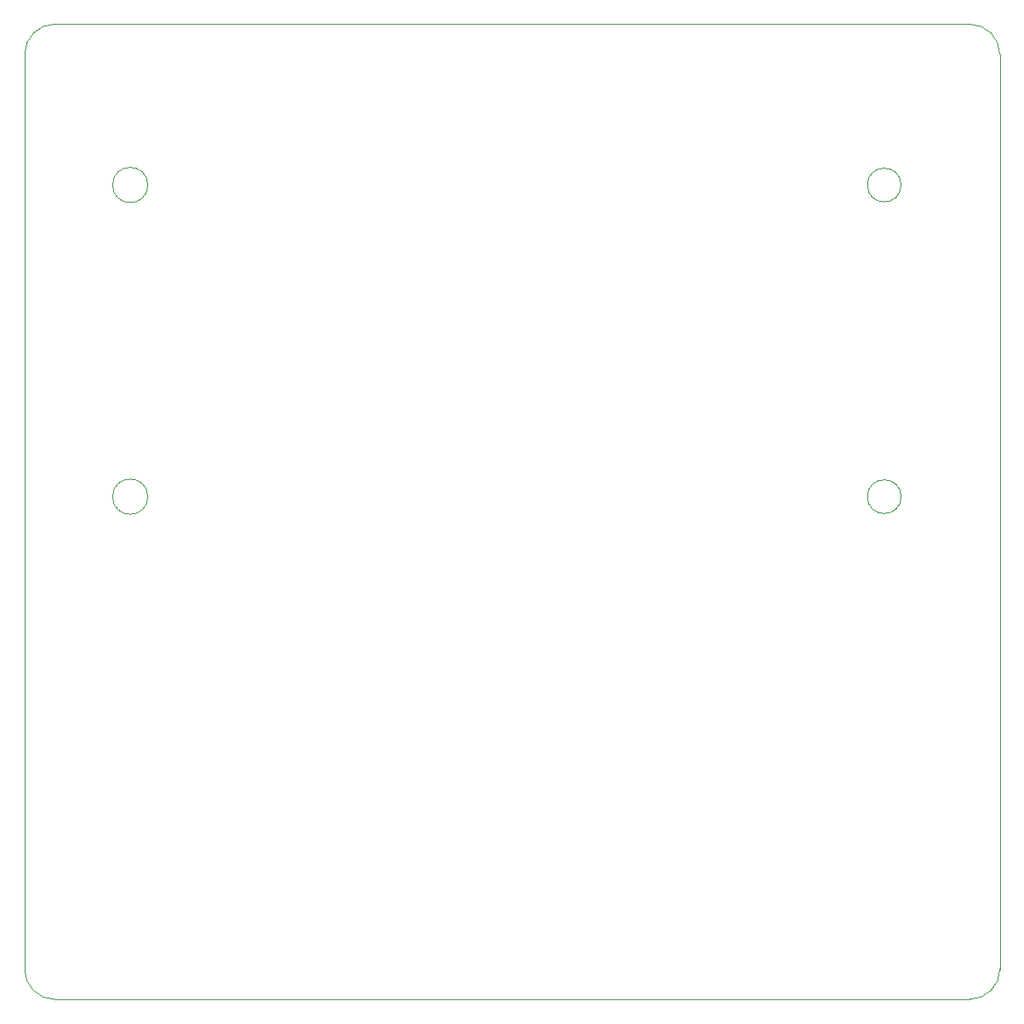
<source format=gbr>
%TF.GenerationSoftware,KiCad,Pcbnew,(5.1.12)-1*%
%TF.CreationDate,2024-04-15T13:26:30-04:00*%
%TF.ProjectId,QO100_TX,514f3130-305f-4545-982e-6b696361645f,rev?*%
%TF.SameCoordinates,Original*%
%TF.FileFunction,Profile,NP*%
%FSLAX46Y46*%
G04 Gerber Fmt 4.6, Leading zero omitted, Abs format (unit mm)*
G04 Created by KiCad (PCBNEW (5.1.12)-1) date 2024-04-15 13:26:30*
%MOMM*%
%LPD*%
G01*
G04 APERTURE LIST*
%TA.AperFunction,Profile*%
%ADD10C,0.050000*%
%TD*%
G04 APERTURE END LIST*
D10*
X67249286Y-144000000D02*
G75*
G03*
X67249286Y-144000000I-1749286J0D01*
G01*
X67246425Y-175000000D02*
G75*
G03*
X67246425Y-175000000I-1746425J0D01*
G01*
X142176305Y-175000000D02*
G75*
G03*
X142176305Y-175000000I-1676305J0D01*
G01*
X142176305Y-144000000D02*
G75*
G03*
X142176305Y-144000000I-1676305J0D01*
G01*
X55000000Y-222000000D02*
X55000000Y-131000000D01*
X149000000Y-225000000D02*
X58000000Y-225000000D01*
X152000000Y-131000000D02*
X152000000Y-222000000D01*
X58000000Y-128000000D02*
X149000000Y-128000000D01*
X58000000Y-225000000D02*
G75*
G02*
X55000000Y-222000000I0J3000000D01*
G01*
X152000000Y-222000000D02*
G75*
G02*
X149000000Y-225000000I-3000000J0D01*
G01*
X149000000Y-128000000D02*
G75*
G02*
X152000000Y-131000000I0J-3000000D01*
G01*
X55000000Y-131000000D02*
G75*
G02*
X58000000Y-128000000I3000000J0D01*
G01*
M02*

</source>
